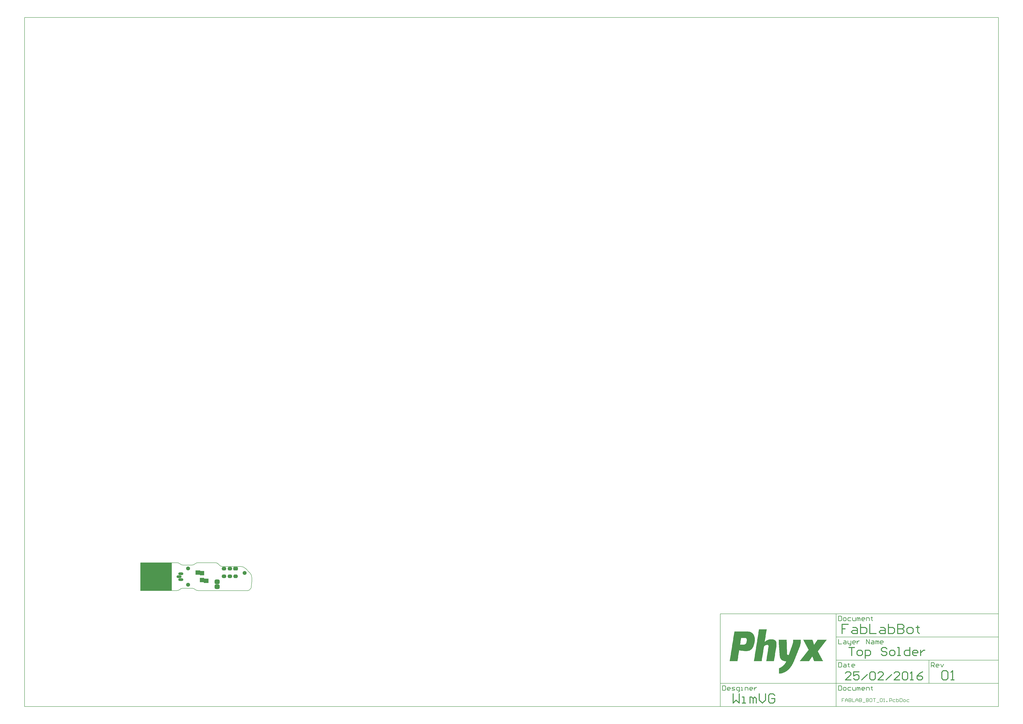
<source format=gts>
G04 Layer_Color=8388736*
%FSLAX25Y25*%
%MOIN*%
G70*
G01*
G75*
%ADD12C,0.01575*%
%ADD13C,0.00787*%
%ADD14C,0.00984*%
%ADD25R,0.53150X0.47244*%
%ADD26R,0.50800X0.06706*%
%ADD27R,0.08064X0.07690*%
%ADD28R,0.08083X0.07690*%
G04:AMPARAMS|DCode=29|XSize=78.87mil|YSize=63.12mil|CornerRadius=17.78mil|HoleSize=0mil|Usage=FLASHONLY|Rotation=180.000|XOffset=0mil|YOffset=0mil|HoleType=Round|Shape=RoundedRectangle|*
%AMROUNDEDRECTD29*
21,1,0.07887,0.02756,0,0,180.0*
21,1,0.04331,0.06312,0,0,180.0*
1,1,0.03556,-0.02165,0.01378*
1,1,0.03556,0.02165,0.01378*
1,1,0.03556,0.02165,-0.01378*
1,1,0.03556,-0.02165,-0.01378*
%
%ADD29ROUNDEDRECTD29*%
%ADD30O,0.07887X0.06312*%
%ADD31O,0.08674X0.04737*%
%ADD32O,0.08674X0.04737*%
%ADD33R,0.07690X0.07690*%
%ADD34C,0.06706*%
G04:AMPARAMS|DCode=35|XSize=86.74mil|YSize=76.9mil|CornerRadius=21.22mil|HoleSize=0mil|Usage=FLASHONLY|Rotation=0.000|XOffset=0mil|YOffset=0mil|HoleType=Round|Shape=RoundedRectangle|*
%AMROUNDEDRECTD35*
21,1,0.08674,0.03445,0,0,0.0*
21,1,0.04429,0.07690,0,0,0.0*
1,1,0.04245,0.02215,-0.01722*
1,1,0.04245,-0.02215,-0.01722*
1,1,0.04245,-0.02215,0.01722*
1,1,0.04245,0.02215,0.01722*
%
%ADD35ROUNDEDRECTD35*%
G36*
X1121080Y-83717D02*
Y-84003D01*
Y-84290D01*
Y-84576D01*
Y-84862D01*
Y-85149D01*
Y-85435D01*
Y-85721D01*
Y-86007D01*
Y-86294D01*
Y-86580D01*
Y-86866D01*
Y-87153D01*
Y-87439D01*
Y-87725D01*
Y-88012D01*
Y-88298D01*
Y-88584D01*
Y-88871D01*
Y-89157D01*
Y-89443D01*
X1120793D01*
Y-89730D01*
Y-90016D01*
Y-90302D01*
Y-90588D01*
Y-90875D01*
X1120507D01*
Y-91161D01*
Y-91448D01*
Y-91734D01*
Y-92020D01*
X1120221D01*
Y-92306D01*
Y-92593D01*
Y-92879D01*
Y-93165D01*
X1119934D01*
Y-93452D01*
Y-93738D01*
Y-94024D01*
X1119648D01*
Y-94311D01*
Y-94597D01*
Y-94883D01*
X1119362D01*
Y-95170D01*
Y-95456D01*
Y-95742D01*
X1119075D01*
Y-96029D01*
Y-96315D01*
Y-96601D01*
X1118789D01*
Y-96887D01*
Y-97174D01*
X1118503D01*
Y-97460D01*
Y-97746D01*
X1118217D01*
Y-98033D01*
Y-98319D01*
Y-98605D01*
X1117930D01*
Y-98892D01*
Y-99178D01*
X1117644D01*
Y-99464D01*
Y-99751D01*
Y-100037D01*
X1117358D01*
Y-100323D01*
Y-100610D01*
X1117071D01*
Y-100896D01*
Y-101182D01*
Y-101468D01*
X1116785D01*
Y-101755D01*
Y-102041D01*
X1116499D01*
Y-102327D01*
Y-102614D01*
Y-102900D01*
X1116212D01*
Y-103186D01*
Y-103473D01*
X1115926D01*
Y-103759D01*
Y-104045D01*
Y-104332D01*
X1115640D01*
Y-104618D01*
Y-104904D01*
X1115353D01*
Y-105191D01*
Y-105477D01*
Y-105763D01*
X1115067D01*
Y-106049D01*
Y-106336D01*
X1114781D01*
Y-106622D01*
Y-106908D01*
Y-107195D01*
X1114494D01*
Y-107481D01*
Y-107767D01*
X1114208D01*
Y-108054D01*
Y-108340D01*
Y-108626D01*
X1113922D01*
Y-108913D01*
Y-109199D01*
X1113636D01*
Y-109485D01*
Y-109772D01*
Y-110058D01*
X1113349D01*
Y-110344D01*
Y-110630D01*
X1113063D01*
Y-110917D01*
Y-111203D01*
Y-111489D01*
X1112776D01*
Y-111776D01*
Y-112062D01*
X1112490D01*
Y-112348D01*
Y-112635D01*
Y-112921D01*
X1112204D01*
Y-113207D01*
Y-113494D01*
X1111918D01*
Y-113780D01*
Y-114066D01*
Y-114353D01*
X1111631D01*
Y-114639D01*
Y-114925D01*
X1111345D01*
Y-115211D01*
Y-115498D01*
Y-115784D01*
X1111059D01*
Y-116070D01*
Y-116357D01*
X1110772D01*
Y-116643D01*
Y-116929D01*
Y-117216D01*
X1110486D01*
Y-117502D01*
Y-117788D01*
X1110200D01*
Y-118075D01*
Y-118361D01*
Y-118647D01*
X1109913D01*
Y-118933D01*
Y-119220D01*
X1109627D01*
Y-119506D01*
Y-119792D01*
Y-120079D01*
X1109341D01*
Y-120365D01*
Y-120651D01*
X1109054D01*
Y-120938D01*
Y-121224D01*
X1108768D01*
Y-121510D01*
Y-121797D01*
X1108482D01*
Y-122083D01*
Y-122369D01*
Y-122656D01*
X1108195D01*
Y-122942D01*
X1107909D01*
Y-123228D01*
Y-123514D01*
Y-123801D01*
X1107623D01*
Y-124087D01*
X1107337D01*
Y-124373D01*
Y-124660D01*
X1107050D01*
Y-124946D01*
Y-125232D01*
X1106764D01*
Y-125519D01*
Y-125805D01*
X1106478D01*
Y-126091D01*
Y-126378D01*
X1106191D01*
Y-126664D01*
X1105905D01*
Y-126950D01*
Y-127237D01*
X1105619D01*
Y-127523D01*
Y-127809D01*
X1105332D01*
Y-128095D01*
X1105046D01*
Y-128382D01*
X1104760D01*
Y-128668D01*
Y-128954D01*
X1104473D01*
Y-129241D01*
X1104187D01*
Y-129527D01*
Y-129813D01*
X1103901D01*
Y-130100D01*
X1103615D01*
Y-130386D01*
X1103328D01*
Y-130672D01*
Y-130959D01*
X1103042D01*
Y-131245D01*
X1102756D01*
Y-131531D01*
X1102469D01*
Y-131818D01*
X1102183D01*
Y-132104D01*
X1101897D01*
Y-132390D01*
Y-132676D01*
X1101610D01*
Y-132963D01*
X1101324D01*
Y-133249D01*
X1101038D01*
Y-133535D01*
X1100751D01*
Y-133822D01*
X1100465D01*
Y-134108D01*
X1100179D01*
Y-134394D01*
X1099892D01*
Y-134681D01*
X1099320D01*
Y-134967D01*
X1099034D01*
Y-135253D01*
X1098747D01*
Y-135540D01*
X1098461D01*
Y-135826D01*
X1098175D01*
Y-136112D01*
X1097602D01*
Y-136399D01*
X1097316D01*
Y-136685D01*
X1096743D01*
Y-136971D01*
X1096457D01*
Y-137258D01*
X1095884D01*
Y-137544D01*
X1095598D01*
Y-137830D01*
X1095025D01*
Y-138117D01*
X1094452D01*
Y-138403D01*
X1093880D01*
Y-138689D01*
X1093307D01*
Y-138975D01*
X1092735D01*
Y-139262D01*
X1091876D01*
Y-139548D01*
X1091303D01*
Y-139834D01*
X1090444D01*
Y-140121D01*
X1089299D01*
Y-140407D01*
X1088154D01*
Y-140693D01*
X1086436D01*
Y-140980D01*
X1084432D01*
Y-141266D01*
X1084145D01*
Y-140980D01*
Y-140693D01*
Y-140407D01*
Y-140121D01*
Y-139834D01*
Y-139548D01*
Y-139262D01*
Y-138975D01*
Y-138689D01*
Y-138403D01*
Y-138117D01*
Y-137830D01*
Y-137544D01*
Y-137258D01*
Y-136971D01*
Y-136685D01*
Y-136399D01*
Y-136112D01*
Y-135826D01*
Y-135540D01*
Y-135253D01*
Y-134967D01*
Y-134681D01*
Y-134394D01*
Y-134108D01*
Y-133822D01*
Y-133535D01*
Y-133249D01*
Y-132963D01*
Y-132676D01*
Y-132390D01*
Y-132104D01*
Y-131818D01*
X1084718D01*
Y-131531D01*
X1085291D01*
Y-131245D01*
X1085863D01*
Y-130959D01*
X1086436D01*
Y-130672D01*
X1087008D01*
Y-130386D01*
X1087581D01*
Y-130100D01*
X1087867D01*
Y-129813D01*
X1088440D01*
Y-129527D01*
X1088726D01*
Y-129241D01*
X1089299D01*
Y-128954D01*
X1089585D01*
Y-128668D01*
X1089872D01*
Y-128382D01*
X1090444D01*
Y-128095D01*
X1090730D01*
Y-127809D01*
X1091017D01*
Y-127523D01*
X1091303D01*
Y-127237D01*
X1091589D01*
Y-126950D01*
X1091876D01*
Y-126664D01*
X1092162D01*
Y-126378D01*
X1092448D01*
Y-126091D01*
X1092735D01*
Y-125805D01*
X1093021D01*
Y-125519D01*
X1093307D01*
Y-125232D01*
X1093594D01*
Y-124946D01*
Y-124660D01*
X1093880D01*
Y-124373D01*
X1094166D01*
Y-124087D01*
X1094452D01*
Y-123801D01*
Y-123514D01*
X1094739D01*
Y-123228D01*
X1095025D01*
Y-122942D01*
Y-122656D01*
X1095311D01*
Y-122369D01*
Y-122083D01*
X1095598D01*
Y-121797D01*
X1095884D01*
Y-121510D01*
Y-121224D01*
X1096170D01*
Y-120938D01*
Y-120651D01*
X1096457D01*
Y-120365D01*
Y-120079D01*
X1094739D01*
Y-119792D01*
X1092735D01*
Y-119506D01*
X1091589D01*
Y-119220D01*
X1091017D01*
Y-118933D01*
X1090158D01*
Y-118647D01*
X1089585D01*
Y-118361D01*
X1089299D01*
Y-118075D01*
X1088726D01*
Y-117788D01*
X1088440D01*
Y-117502D01*
X1088154D01*
Y-117216D01*
X1087867D01*
Y-116929D01*
X1087581D01*
Y-116643D01*
X1087295D01*
Y-116357D01*
Y-116070D01*
X1087008D01*
Y-115784D01*
X1086722D01*
Y-115498D01*
Y-115211D01*
X1086436D01*
Y-114925D01*
Y-114639D01*
X1086149D01*
Y-114353D01*
Y-114066D01*
X1085863D01*
Y-113780D01*
Y-113494D01*
Y-113207D01*
X1085577D01*
Y-112921D01*
Y-112635D01*
Y-112348D01*
Y-112062D01*
X1085291D01*
Y-111776D01*
Y-111489D01*
Y-111203D01*
Y-110917D01*
Y-110630D01*
Y-110344D01*
Y-110058D01*
X1085004D01*
Y-109772D01*
Y-109485D01*
Y-109199D01*
Y-108913D01*
Y-108626D01*
Y-108340D01*
Y-108054D01*
Y-107767D01*
Y-107481D01*
Y-107195D01*
Y-106908D01*
Y-106622D01*
Y-106336D01*
Y-106049D01*
Y-105763D01*
X1084718D01*
Y-105477D01*
Y-105191D01*
Y-104904D01*
Y-104618D01*
Y-104332D01*
Y-104045D01*
Y-103759D01*
Y-103473D01*
Y-103186D01*
Y-102900D01*
Y-102614D01*
Y-102327D01*
Y-102041D01*
Y-101755D01*
Y-101468D01*
X1084432D01*
Y-101182D01*
Y-100896D01*
Y-100610D01*
Y-100323D01*
Y-100037D01*
Y-99751D01*
Y-99464D01*
Y-99178D01*
Y-98892D01*
Y-98605D01*
Y-98319D01*
Y-98033D01*
Y-97746D01*
Y-97460D01*
Y-97174D01*
Y-96887D01*
X1084145D01*
Y-96601D01*
Y-96315D01*
Y-96029D01*
Y-95742D01*
Y-95456D01*
Y-95170D01*
Y-94883D01*
Y-94597D01*
Y-94311D01*
Y-94024D01*
Y-93738D01*
Y-93452D01*
Y-93165D01*
Y-92879D01*
Y-92593D01*
Y-92306D01*
X1083859D01*
Y-92020D01*
Y-91734D01*
Y-91448D01*
Y-91161D01*
Y-90875D01*
Y-90588D01*
Y-90302D01*
Y-90016D01*
Y-89730D01*
Y-89443D01*
Y-89157D01*
Y-88871D01*
Y-88584D01*
Y-88298D01*
X1083573D01*
Y-88012D01*
Y-87725D01*
Y-87439D01*
Y-87153D01*
Y-86866D01*
Y-86580D01*
Y-86294D01*
Y-86007D01*
Y-85721D01*
Y-85435D01*
Y-85149D01*
Y-84862D01*
Y-84576D01*
Y-84290D01*
Y-84003D01*
Y-83717D01*
X1083286D01*
Y-83431D01*
X1097029D01*
Y-83717D01*
Y-84003D01*
Y-84290D01*
Y-84576D01*
Y-84862D01*
Y-85149D01*
Y-85435D01*
Y-85721D01*
Y-86007D01*
Y-86294D01*
Y-86580D01*
Y-86866D01*
Y-87153D01*
Y-87439D01*
X1097316D01*
Y-87725D01*
Y-88012D01*
Y-88298D01*
Y-88584D01*
Y-88871D01*
Y-89157D01*
Y-89443D01*
Y-89730D01*
Y-90016D01*
Y-90302D01*
Y-90588D01*
Y-90875D01*
Y-91161D01*
Y-91448D01*
Y-91734D01*
Y-92020D01*
Y-92306D01*
Y-92593D01*
Y-92879D01*
Y-93165D01*
Y-93452D01*
Y-93738D01*
Y-94024D01*
Y-94311D01*
Y-94597D01*
Y-94883D01*
Y-95170D01*
Y-95456D01*
Y-95742D01*
Y-96029D01*
Y-96315D01*
Y-96601D01*
Y-96887D01*
Y-97174D01*
Y-97460D01*
Y-97746D01*
Y-98033D01*
Y-98319D01*
Y-98605D01*
Y-98892D01*
Y-99178D01*
X1097602D01*
Y-99464D01*
X1097316D01*
Y-99751D01*
Y-100037D01*
X1097602D01*
Y-100323D01*
Y-100610D01*
Y-100896D01*
Y-101182D01*
Y-101468D01*
Y-101755D01*
Y-102041D01*
Y-102327D01*
Y-102614D01*
Y-102900D01*
Y-103186D01*
Y-103473D01*
Y-103759D01*
Y-104045D01*
Y-104332D01*
Y-104618D01*
Y-104904D01*
Y-105191D01*
Y-105477D01*
Y-105763D01*
Y-106049D01*
Y-106336D01*
Y-106622D01*
Y-106908D01*
Y-107195D01*
Y-107481D01*
X1097888D01*
Y-107767D01*
Y-108054D01*
Y-108340D01*
X1098175D01*
Y-108626D01*
X1098461D01*
Y-108913D01*
X1098747D01*
Y-109199D01*
X1099606D01*
Y-109485D01*
X1100465D01*
Y-109199D01*
X1100751D01*
Y-108913D01*
Y-108626D01*
Y-108340D01*
X1101038D01*
Y-108054D01*
Y-107767D01*
X1101324D01*
Y-107481D01*
Y-107195D01*
Y-106908D01*
X1101610D01*
Y-106622D01*
Y-106336D01*
Y-106049D01*
X1101897D01*
Y-105763D01*
Y-105477D01*
Y-105191D01*
X1102183D01*
Y-104904D01*
Y-104618D01*
Y-104332D01*
X1102469D01*
Y-104045D01*
Y-103759D01*
X1102756D01*
Y-103473D01*
Y-103186D01*
Y-102900D01*
X1103042D01*
Y-102614D01*
Y-102327D01*
Y-102041D01*
X1103328D01*
Y-101755D01*
Y-101468D01*
Y-101182D01*
X1103615D01*
Y-100896D01*
Y-100610D01*
X1103901D01*
Y-100323D01*
Y-100037D01*
Y-99751D01*
X1104187D01*
Y-99464D01*
Y-99178D01*
Y-98892D01*
X1104473D01*
Y-98605D01*
Y-98319D01*
Y-98033D01*
X1104760D01*
Y-97746D01*
Y-97460D01*
X1105046D01*
Y-97174D01*
Y-96887D01*
Y-96601D01*
X1105332D01*
Y-96315D01*
Y-96029D01*
Y-95742D01*
X1105619D01*
Y-95456D01*
Y-95170D01*
Y-94883D01*
X1105905D01*
Y-94597D01*
Y-94311D01*
X1106191D01*
Y-94024D01*
Y-93738D01*
Y-93452D01*
X1106478D01*
Y-93165D01*
Y-92879D01*
Y-92593D01*
X1106764D01*
Y-92306D01*
Y-92020D01*
Y-91734D01*
X1107050D01*
Y-91448D01*
Y-91161D01*
Y-90875D01*
Y-90588D01*
X1107337D01*
Y-90302D01*
Y-90016D01*
Y-89730D01*
Y-89443D01*
X1107623D01*
Y-89157D01*
Y-88871D01*
Y-88584D01*
Y-88298D01*
Y-88012D01*
X1107909D01*
Y-87725D01*
Y-87439D01*
Y-87153D01*
Y-86866D01*
Y-86580D01*
Y-86294D01*
X1108195D01*
Y-86007D01*
Y-85721D01*
Y-85435D01*
Y-85149D01*
Y-84862D01*
Y-84576D01*
Y-84290D01*
Y-84003D01*
Y-83717D01*
Y-83431D01*
X1121080D01*
Y-83717D01*
D02*
G37*
G36*
X1063244Y-66252D02*
Y-66538D01*
X1062958D01*
Y-66825D01*
Y-67111D01*
Y-67397D01*
Y-67684D01*
Y-67970D01*
Y-68256D01*
X1062672D01*
Y-68542D01*
Y-68829D01*
Y-69115D01*
Y-69401D01*
Y-69688D01*
Y-69974D01*
X1062385D01*
Y-70260D01*
Y-70547D01*
Y-70833D01*
Y-71119D01*
Y-71406D01*
Y-71692D01*
Y-71978D01*
X1062099D01*
Y-72264D01*
Y-72551D01*
Y-72837D01*
Y-73123D01*
Y-73410D01*
Y-73696D01*
X1061813D01*
Y-73982D01*
Y-74269D01*
Y-74555D01*
Y-74841D01*
Y-75128D01*
Y-75414D01*
X1061526D01*
Y-75700D01*
Y-75987D01*
Y-76273D01*
Y-76559D01*
Y-76846D01*
Y-77132D01*
Y-77418D01*
X1061240D01*
Y-77704D01*
Y-77991D01*
Y-78277D01*
Y-78563D01*
Y-78850D01*
Y-79136D01*
X1060954D01*
Y-79422D01*
Y-79709D01*
Y-79995D01*
Y-80281D01*
Y-80568D01*
Y-80854D01*
X1060668D01*
Y-81140D01*
Y-81427D01*
Y-81713D01*
Y-81999D01*
Y-82285D01*
Y-82572D01*
X1060381D01*
Y-82858D01*
Y-83144D01*
Y-83431D01*
Y-83717D01*
Y-84003D01*
Y-84290D01*
Y-84576D01*
X1060095D01*
Y-84862D01*
Y-85149D01*
Y-85435D01*
Y-85721D01*
Y-86007D01*
Y-86294D01*
X1059809D01*
Y-86580D01*
Y-86866D01*
X1060381D01*
Y-86580D01*
X1060668D01*
Y-86294D01*
X1060954D01*
Y-86007D01*
X1061526D01*
Y-85721D01*
X1061813D01*
Y-85435D01*
X1062099D01*
Y-85149D01*
X1062672D01*
Y-84862D01*
X1063244D01*
Y-84576D01*
X1063531D01*
Y-84290D01*
X1064103D01*
Y-84003D01*
X1064962D01*
Y-83717D01*
X1065535D01*
Y-83431D01*
X1066394D01*
Y-83144D01*
X1067825D01*
Y-82858D01*
X1074124D01*
Y-83144D01*
X1075270D01*
Y-83431D01*
X1076128D01*
Y-83717D01*
X1076701D01*
Y-84003D01*
X1076987D01*
Y-84290D01*
X1077560D01*
Y-84576D01*
X1077846D01*
Y-84862D01*
X1078133D01*
Y-85149D01*
X1078419D01*
Y-85435D01*
X1078705D01*
Y-85721D01*
Y-86007D01*
X1078992D01*
Y-86294D01*
Y-86580D01*
X1079278D01*
Y-86866D01*
Y-87153D01*
Y-87439D01*
X1079564D01*
Y-87725D01*
Y-88012D01*
Y-88298D01*
Y-88584D01*
X1079850D01*
Y-88871D01*
Y-89157D01*
Y-89443D01*
Y-89730D01*
Y-90016D01*
Y-90302D01*
Y-90588D01*
Y-90875D01*
Y-91161D01*
Y-91448D01*
Y-91734D01*
Y-92020D01*
Y-92306D01*
Y-92593D01*
Y-92879D01*
Y-93165D01*
Y-93452D01*
Y-93738D01*
X1079564D01*
Y-94024D01*
Y-94311D01*
Y-94597D01*
Y-94883D01*
Y-95170D01*
Y-95456D01*
Y-95742D01*
X1079278D01*
Y-96029D01*
Y-96315D01*
Y-96601D01*
Y-96887D01*
Y-97174D01*
Y-97460D01*
Y-97746D01*
X1078992D01*
Y-98033D01*
Y-98319D01*
Y-98605D01*
Y-98892D01*
Y-99178D01*
Y-99464D01*
X1078705D01*
Y-99751D01*
Y-100037D01*
Y-100323D01*
Y-100610D01*
Y-100896D01*
Y-101182D01*
X1078419D01*
Y-101468D01*
Y-101755D01*
Y-102041D01*
Y-102327D01*
Y-102614D01*
Y-102900D01*
X1078133D01*
Y-103186D01*
Y-103473D01*
Y-103759D01*
Y-104045D01*
Y-104332D01*
Y-104618D01*
Y-104904D01*
X1077846D01*
Y-105191D01*
Y-105477D01*
Y-105763D01*
Y-106049D01*
Y-106336D01*
Y-106622D01*
X1077560D01*
Y-106908D01*
Y-107195D01*
Y-107481D01*
Y-107767D01*
Y-108054D01*
Y-108340D01*
X1077274D01*
Y-108626D01*
Y-108913D01*
Y-109199D01*
Y-109485D01*
Y-109772D01*
Y-110058D01*
Y-110344D01*
X1076987D01*
Y-110630D01*
Y-110917D01*
Y-111203D01*
Y-111489D01*
Y-111776D01*
Y-112062D01*
X1076701D01*
Y-112348D01*
Y-112635D01*
Y-112921D01*
Y-113207D01*
Y-113494D01*
Y-113780D01*
X1076415D01*
Y-114066D01*
Y-114353D01*
Y-114639D01*
Y-114925D01*
Y-115211D01*
Y-115498D01*
X1076128D01*
Y-115784D01*
Y-116070D01*
Y-116357D01*
Y-116643D01*
Y-116929D01*
Y-117216D01*
Y-117502D01*
X1075842D01*
Y-117788D01*
Y-118075D01*
Y-118361D01*
Y-118647D01*
Y-118933D01*
Y-119220D01*
X1075556D01*
Y-119506D01*
Y-119792D01*
X1062385D01*
Y-119506D01*
Y-119220D01*
X1062672D01*
Y-118933D01*
Y-118647D01*
Y-118361D01*
Y-118075D01*
Y-117788D01*
Y-117502D01*
X1062958D01*
Y-117216D01*
Y-116929D01*
Y-116643D01*
Y-116357D01*
Y-116070D01*
Y-115784D01*
Y-115498D01*
X1063244D01*
Y-115211D01*
Y-114925D01*
Y-114639D01*
Y-114353D01*
Y-114066D01*
Y-113780D01*
X1063531D01*
Y-113494D01*
Y-113207D01*
Y-112921D01*
Y-112635D01*
Y-112348D01*
Y-112062D01*
X1063817D01*
Y-111776D01*
Y-111489D01*
Y-111203D01*
Y-110917D01*
Y-110630D01*
Y-110344D01*
Y-110058D01*
X1064103D01*
Y-109772D01*
Y-109485D01*
Y-109199D01*
Y-108913D01*
Y-108626D01*
Y-108340D01*
X1064390D01*
Y-108054D01*
Y-107767D01*
Y-107481D01*
Y-107195D01*
Y-106908D01*
Y-106622D01*
Y-106336D01*
X1064676D01*
Y-106049D01*
Y-105763D01*
Y-105477D01*
Y-105191D01*
Y-104904D01*
Y-104618D01*
X1064962D01*
Y-104332D01*
Y-104045D01*
Y-103759D01*
Y-103473D01*
Y-103186D01*
Y-102900D01*
X1065249D01*
Y-102614D01*
Y-102327D01*
Y-102041D01*
Y-101755D01*
Y-101468D01*
Y-101182D01*
X1065535D01*
Y-100896D01*
Y-100610D01*
Y-100323D01*
Y-100037D01*
Y-99751D01*
Y-99464D01*
Y-99178D01*
X1065821D01*
Y-98892D01*
Y-98605D01*
Y-98319D01*
Y-98033D01*
Y-97746D01*
Y-97460D01*
X1066107D01*
Y-97174D01*
Y-96887D01*
Y-96601D01*
Y-96315D01*
Y-96029D01*
Y-95742D01*
Y-95456D01*
X1066394D01*
Y-95170D01*
Y-94883D01*
Y-94597D01*
Y-94311D01*
Y-94024D01*
Y-93738D01*
X1066107D01*
Y-93452D01*
Y-93165D01*
X1065821D01*
Y-92879D01*
X1065535D01*
Y-92593D01*
X1064962D01*
Y-92306D01*
X1063244D01*
Y-92593D01*
X1061813D01*
Y-92879D01*
X1060954D01*
Y-93165D01*
X1060381D01*
Y-93452D01*
X1060095D01*
Y-93738D01*
X1059522D01*
Y-94024D01*
X1059236D01*
Y-94311D01*
X1058950D01*
Y-94597D01*
Y-94883D01*
X1058663D01*
Y-95170D01*
Y-95456D01*
Y-95742D01*
X1058377D01*
Y-96029D01*
Y-96315D01*
Y-96601D01*
Y-96887D01*
Y-97174D01*
Y-97460D01*
X1058091D01*
Y-97746D01*
Y-98033D01*
Y-98319D01*
Y-98605D01*
Y-98892D01*
Y-99178D01*
Y-99464D01*
X1057804D01*
Y-99751D01*
Y-100037D01*
Y-100323D01*
Y-100610D01*
Y-100896D01*
Y-101182D01*
X1057518D01*
Y-101468D01*
Y-101755D01*
Y-102041D01*
Y-102327D01*
Y-102614D01*
Y-102900D01*
X1057232D01*
Y-103186D01*
Y-103473D01*
Y-103759D01*
Y-104045D01*
Y-104332D01*
Y-104618D01*
X1056946D01*
Y-104904D01*
Y-105191D01*
Y-105477D01*
Y-105763D01*
Y-106049D01*
Y-106336D01*
Y-106622D01*
X1056659D01*
Y-106908D01*
Y-107195D01*
Y-107481D01*
Y-107767D01*
Y-108054D01*
Y-108340D01*
X1056373D01*
Y-108626D01*
Y-108913D01*
Y-109199D01*
Y-109485D01*
Y-109772D01*
Y-110058D01*
X1056087D01*
Y-110344D01*
Y-110630D01*
Y-110917D01*
Y-111203D01*
Y-111489D01*
Y-111776D01*
Y-112062D01*
X1055800D01*
Y-112348D01*
Y-112635D01*
Y-112921D01*
Y-113207D01*
Y-113494D01*
Y-113780D01*
X1055514D01*
Y-114066D01*
Y-114353D01*
Y-114639D01*
Y-114925D01*
Y-115211D01*
Y-115498D01*
X1055228D01*
Y-115784D01*
Y-116070D01*
Y-116357D01*
Y-116643D01*
Y-116929D01*
Y-117216D01*
X1054941D01*
Y-117502D01*
Y-117788D01*
Y-118075D01*
Y-118361D01*
Y-118647D01*
Y-118933D01*
Y-119220D01*
X1054655D01*
Y-119506D01*
Y-119792D01*
X1041485D01*
Y-119506D01*
Y-119220D01*
X1041771D01*
Y-118933D01*
Y-118647D01*
Y-118361D01*
Y-118075D01*
Y-117788D01*
Y-117502D01*
Y-117216D01*
X1042057D01*
Y-116929D01*
Y-116643D01*
Y-116357D01*
Y-116070D01*
Y-115784D01*
Y-115498D01*
X1042344D01*
Y-115211D01*
Y-114925D01*
Y-114639D01*
Y-114353D01*
Y-114066D01*
Y-113780D01*
X1042630D01*
Y-113494D01*
Y-113207D01*
Y-112921D01*
Y-112635D01*
Y-112348D01*
Y-112062D01*
Y-111776D01*
X1042916D01*
Y-111489D01*
Y-111203D01*
Y-110917D01*
Y-110630D01*
Y-110344D01*
Y-110058D01*
X1043202D01*
Y-109772D01*
Y-109485D01*
Y-109199D01*
Y-108913D01*
Y-108626D01*
Y-108340D01*
X1043489D01*
Y-108054D01*
Y-107767D01*
Y-107481D01*
Y-107195D01*
Y-106908D01*
Y-106622D01*
X1043775D01*
Y-106336D01*
Y-106049D01*
Y-105763D01*
Y-105477D01*
Y-105191D01*
Y-104904D01*
Y-104618D01*
X1044061D01*
Y-104332D01*
Y-104045D01*
Y-103759D01*
Y-103473D01*
Y-103186D01*
Y-102900D01*
X1044348D01*
Y-102614D01*
Y-102327D01*
Y-102041D01*
Y-101755D01*
Y-101468D01*
Y-101182D01*
X1044634D01*
Y-100896D01*
Y-100610D01*
Y-100323D01*
Y-100037D01*
Y-99751D01*
Y-99464D01*
Y-99178D01*
X1044920D01*
Y-98892D01*
Y-98605D01*
Y-98319D01*
Y-98033D01*
Y-97746D01*
Y-97460D01*
X1045207D01*
Y-97174D01*
Y-96887D01*
Y-96601D01*
Y-96315D01*
Y-96029D01*
Y-95742D01*
X1045493D01*
Y-95456D01*
Y-95170D01*
Y-94883D01*
Y-94597D01*
Y-94311D01*
Y-94024D01*
X1045779D01*
Y-93738D01*
Y-93452D01*
Y-93165D01*
Y-92879D01*
Y-92593D01*
Y-92306D01*
Y-92020D01*
X1046066D01*
Y-91734D01*
Y-91448D01*
Y-91161D01*
Y-90875D01*
Y-90588D01*
Y-90302D01*
X1046352D01*
Y-90016D01*
Y-89730D01*
Y-89443D01*
Y-89157D01*
Y-88871D01*
Y-88584D01*
X1046638D01*
Y-88298D01*
Y-88012D01*
Y-87725D01*
Y-87439D01*
Y-87153D01*
Y-86866D01*
X1046925D01*
Y-86580D01*
Y-86294D01*
Y-86007D01*
Y-85721D01*
Y-85435D01*
Y-85149D01*
Y-84862D01*
X1047211D01*
Y-84576D01*
Y-84290D01*
Y-84003D01*
Y-83717D01*
Y-83431D01*
Y-83144D01*
X1047497D01*
Y-82858D01*
Y-82572D01*
Y-82285D01*
Y-81999D01*
Y-81713D01*
Y-81427D01*
X1047783D01*
Y-81140D01*
Y-80854D01*
Y-80568D01*
Y-80281D01*
Y-79995D01*
Y-79709D01*
Y-79422D01*
X1048070D01*
Y-79136D01*
Y-78850D01*
Y-78563D01*
Y-78277D01*
Y-77991D01*
Y-77704D01*
X1048356D01*
Y-77418D01*
Y-77132D01*
Y-76846D01*
Y-76559D01*
Y-76273D01*
Y-75987D01*
X1048642D01*
Y-75700D01*
Y-75414D01*
Y-75128D01*
Y-74841D01*
Y-74555D01*
Y-74269D01*
X1048929D01*
Y-73982D01*
Y-73696D01*
Y-73410D01*
Y-73123D01*
Y-72837D01*
Y-72551D01*
Y-72264D01*
X1049215D01*
Y-71978D01*
Y-71692D01*
Y-71406D01*
Y-71119D01*
Y-70833D01*
Y-70547D01*
X1049501D01*
Y-70260D01*
Y-69974D01*
Y-69688D01*
Y-69401D01*
Y-69115D01*
Y-68829D01*
X1049788D01*
Y-68542D01*
Y-68256D01*
Y-67970D01*
Y-67684D01*
Y-67397D01*
Y-67111D01*
Y-66825D01*
X1050074D01*
Y-66538D01*
Y-66252D01*
Y-65966D01*
X1063244D01*
Y-66252D01*
D02*
G37*
G36*
X1032036Y-69688D02*
X1033754D01*
Y-69974D01*
X1034613D01*
Y-70260D01*
X1035472D01*
Y-70547D01*
X1036331D01*
Y-70833D01*
X1036904D01*
Y-71119D01*
X1037190D01*
Y-71406D01*
X1037763D01*
Y-71692D01*
X1038049D01*
Y-71978D01*
X1038622D01*
Y-72264D01*
X1038908D01*
Y-72551D01*
X1039194D01*
Y-72837D01*
X1039480D01*
Y-73123D01*
X1039767D01*
Y-73410D01*
X1040053D01*
Y-73696D01*
X1040339D01*
Y-73982D01*
Y-74269D01*
X1040626D01*
Y-74555D01*
X1040912D01*
Y-74841D01*
Y-75128D01*
X1041198D01*
Y-75414D01*
X1041485D01*
Y-75700D01*
Y-75987D01*
X1041771D01*
Y-76273D01*
Y-76559D01*
Y-76846D01*
X1042057D01*
Y-77132D01*
Y-77418D01*
Y-77704D01*
X1042344D01*
Y-77991D01*
Y-78277D01*
Y-78563D01*
Y-78850D01*
X1042630D01*
Y-79136D01*
Y-79422D01*
Y-79709D01*
Y-79995D01*
Y-80281D01*
X1042916D01*
Y-80568D01*
Y-80854D01*
Y-81140D01*
Y-81427D01*
Y-81713D01*
Y-81999D01*
Y-82285D01*
Y-82572D01*
Y-82858D01*
Y-83144D01*
Y-83431D01*
Y-83717D01*
Y-84003D01*
Y-84290D01*
Y-84576D01*
Y-84862D01*
Y-85149D01*
Y-85435D01*
Y-85721D01*
Y-86007D01*
X1042630D01*
Y-86294D01*
Y-86580D01*
Y-86866D01*
Y-87153D01*
Y-87439D01*
Y-87725D01*
Y-88012D01*
X1042344D01*
Y-88298D01*
Y-88584D01*
Y-88871D01*
Y-89157D01*
Y-89443D01*
X1042057D01*
Y-89730D01*
Y-90016D01*
Y-90302D01*
Y-90588D01*
Y-90875D01*
X1041771D01*
Y-91161D01*
Y-91448D01*
Y-91734D01*
X1041485D01*
Y-92020D01*
Y-92306D01*
Y-92593D01*
Y-92879D01*
X1041198D01*
Y-93165D01*
Y-93452D01*
Y-93738D01*
X1040912D01*
Y-94024D01*
Y-94311D01*
X1040626D01*
Y-94597D01*
Y-94883D01*
Y-95170D01*
X1040339D01*
Y-95456D01*
Y-95742D01*
X1040053D01*
Y-96029D01*
Y-96315D01*
X1039767D01*
Y-96601D01*
Y-96887D01*
X1039480D01*
Y-97174D01*
X1039194D01*
Y-97460D01*
Y-97746D01*
X1038908D01*
Y-98033D01*
X1038622D01*
Y-98319D01*
X1038335D01*
Y-98605D01*
Y-98892D01*
X1038049D01*
Y-99178D01*
X1037763D01*
Y-99464D01*
X1037476D01*
Y-99751D01*
X1037190D01*
Y-100037D01*
X1036904D01*
Y-100323D01*
X1036331D01*
Y-100610D01*
X1036045D01*
Y-100896D01*
X1035472D01*
Y-101182D01*
X1035186D01*
Y-101468D01*
X1034613D01*
Y-101755D01*
X1033754D01*
Y-102041D01*
X1032895D01*
Y-102327D01*
X1032036D01*
Y-102614D01*
X1030318D01*
Y-102900D01*
X1025165D01*
Y-102614D01*
X1022588D01*
Y-102327D01*
X1020584D01*
Y-102041D01*
X1019152D01*
Y-101755D01*
X1017721D01*
Y-101468D01*
X1016289D01*
Y-101755D01*
Y-102041D01*
Y-102327D01*
Y-102614D01*
Y-102900D01*
Y-103186D01*
Y-103473D01*
X1016003D01*
Y-103759D01*
Y-104045D01*
Y-104332D01*
Y-104618D01*
Y-104904D01*
Y-105191D01*
X1015716D01*
Y-105477D01*
Y-105763D01*
Y-106049D01*
Y-106336D01*
Y-106622D01*
Y-106908D01*
X1015430D01*
Y-107195D01*
Y-107481D01*
Y-107767D01*
Y-108054D01*
Y-108340D01*
Y-108626D01*
Y-108913D01*
X1015144D01*
Y-109199D01*
Y-109485D01*
Y-109772D01*
Y-110058D01*
Y-110344D01*
Y-110630D01*
X1014857D01*
Y-110917D01*
Y-111203D01*
Y-111489D01*
Y-111776D01*
Y-112062D01*
Y-112348D01*
X1014571D01*
Y-112635D01*
Y-112921D01*
Y-113207D01*
Y-113494D01*
Y-113780D01*
Y-114066D01*
Y-114353D01*
X1014285D01*
Y-114639D01*
Y-114925D01*
Y-115211D01*
Y-115498D01*
Y-115784D01*
Y-116070D01*
X1013999D01*
Y-116357D01*
Y-116643D01*
Y-116929D01*
Y-117216D01*
Y-117502D01*
Y-117788D01*
X1013712D01*
Y-118075D01*
Y-118361D01*
Y-118647D01*
Y-118933D01*
Y-119220D01*
Y-119506D01*
Y-119792D01*
X1000256D01*
Y-119506D01*
X1000542D01*
Y-119220D01*
Y-118933D01*
Y-118647D01*
Y-118361D01*
Y-118075D01*
X1000828D01*
Y-117788D01*
Y-117502D01*
Y-117216D01*
Y-116929D01*
Y-116643D01*
Y-116357D01*
Y-116070D01*
X1001114D01*
Y-115784D01*
Y-115498D01*
Y-115211D01*
Y-114925D01*
Y-114639D01*
Y-114353D01*
X1001401D01*
Y-114066D01*
Y-113780D01*
Y-113494D01*
Y-113207D01*
Y-112921D01*
Y-112635D01*
X1001687D01*
Y-112348D01*
Y-112062D01*
Y-111776D01*
Y-111489D01*
Y-111203D01*
Y-110917D01*
Y-110630D01*
X1001974D01*
Y-110344D01*
Y-110058D01*
Y-109772D01*
Y-109485D01*
Y-109199D01*
Y-108913D01*
X1002260D01*
Y-108626D01*
Y-108340D01*
Y-108054D01*
Y-107767D01*
Y-107481D01*
Y-107195D01*
X1002546D01*
Y-106908D01*
Y-106622D01*
Y-106336D01*
Y-106049D01*
Y-105763D01*
Y-105477D01*
X1002832D01*
Y-105191D01*
Y-104904D01*
Y-104618D01*
Y-104332D01*
Y-104045D01*
Y-103759D01*
Y-103473D01*
X1003119D01*
Y-103186D01*
Y-102900D01*
Y-102614D01*
Y-102327D01*
Y-102041D01*
Y-101755D01*
X1003405D01*
Y-101468D01*
Y-101182D01*
Y-100896D01*
Y-100610D01*
Y-100323D01*
Y-100037D01*
X1003691D01*
Y-99751D01*
Y-99464D01*
Y-99178D01*
Y-98892D01*
Y-98605D01*
Y-98319D01*
X1003978D01*
Y-98033D01*
Y-97746D01*
Y-97460D01*
Y-97174D01*
Y-96887D01*
Y-96601D01*
Y-96315D01*
X1004264D01*
Y-96029D01*
Y-95742D01*
Y-95456D01*
Y-95170D01*
Y-94883D01*
Y-94597D01*
X1004550D01*
Y-94311D01*
Y-94024D01*
Y-93738D01*
Y-93452D01*
Y-93165D01*
Y-92879D01*
X1004837D01*
Y-92593D01*
Y-92306D01*
Y-92020D01*
Y-91734D01*
Y-91448D01*
Y-91161D01*
Y-90875D01*
X1005123D01*
Y-90588D01*
Y-90302D01*
Y-90016D01*
Y-89730D01*
Y-89443D01*
Y-89157D01*
X1005409D01*
Y-88871D01*
Y-88584D01*
Y-88298D01*
Y-88012D01*
Y-87725D01*
Y-87439D01*
X1005696D01*
Y-87153D01*
Y-86866D01*
Y-86580D01*
Y-86294D01*
Y-86007D01*
Y-85721D01*
X1005982D01*
Y-85435D01*
Y-85149D01*
Y-84862D01*
Y-84576D01*
Y-84290D01*
Y-84003D01*
Y-83717D01*
X1006268D01*
Y-83431D01*
Y-83144D01*
Y-82858D01*
Y-82572D01*
Y-82285D01*
Y-81999D01*
X1006555D01*
Y-81713D01*
Y-81427D01*
Y-81140D01*
Y-80854D01*
Y-80568D01*
Y-80281D01*
X1006841D01*
Y-79995D01*
Y-79709D01*
Y-79422D01*
Y-79136D01*
Y-78850D01*
Y-78563D01*
Y-78277D01*
X1007127D01*
Y-77991D01*
Y-77704D01*
Y-77418D01*
Y-77132D01*
Y-76846D01*
Y-76559D01*
X1007413D01*
Y-76273D01*
Y-75987D01*
Y-75700D01*
Y-75414D01*
Y-75128D01*
Y-74841D01*
X1007700D01*
Y-74555D01*
Y-74269D01*
Y-73982D01*
Y-73696D01*
Y-73410D01*
Y-73123D01*
Y-72837D01*
X1007986D01*
Y-72551D01*
Y-72264D01*
Y-71978D01*
Y-71692D01*
Y-71406D01*
Y-71119D01*
X1008272D01*
Y-70833D01*
Y-70547D01*
Y-70260D01*
Y-69974D01*
Y-69688D01*
Y-69401D01*
X1032036D01*
Y-69688D01*
D02*
G37*
G36*
X1165172Y-83717D02*
X1164886D01*
Y-84003D01*
X1164599D01*
Y-84290D01*
Y-84576D01*
X1164313D01*
Y-84862D01*
X1164027D01*
Y-85149D01*
X1163740D01*
Y-85435D01*
Y-85721D01*
X1163454D01*
Y-86007D01*
X1163168D01*
Y-86294D01*
X1162881D01*
Y-86580D01*
X1162595D01*
Y-86866D01*
Y-87153D01*
X1162309D01*
Y-87439D01*
X1162022D01*
Y-87725D01*
X1161736D01*
Y-88012D01*
Y-88298D01*
X1161450D01*
Y-88584D01*
X1161163D01*
Y-88871D01*
X1160877D01*
Y-89157D01*
X1160591D01*
Y-89443D01*
Y-89730D01*
X1160305D01*
Y-90016D01*
X1160018D01*
Y-90302D01*
X1159732D01*
Y-90588D01*
Y-90875D01*
X1159445D01*
Y-91161D01*
X1159159D01*
Y-91448D01*
X1158873D01*
Y-91734D01*
Y-92020D01*
X1158587D01*
Y-92306D01*
X1158300D01*
Y-92593D01*
X1158014D01*
Y-92879D01*
X1157728D01*
Y-93165D01*
Y-93452D01*
X1157441D01*
Y-93738D01*
X1157155D01*
Y-94024D01*
X1156869D01*
Y-94311D01*
Y-94597D01*
X1156582D01*
Y-94883D01*
X1156296D01*
Y-95170D01*
X1156010D01*
Y-95456D01*
Y-95742D01*
X1155723D01*
Y-96029D01*
X1155437D01*
Y-96315D01*
X1155151D01*
Y-96601D01*
X1154865D01*
Y-96887D01*
Y-97174D01*
X1154578D01*
Y-97460D01*
X1154292D01*
Y-97746D01*
X1154006D01*
Y-98033D01*
Y-98319D01*
X1153719D01*
Y-98605D01*
X1153433D01*
Y-98892D01*
X1153147D01*
Y-99178D01*
Y-99464D01*
X1152860D01*
Y-99751D01*
X1152574D01*
Y-100037D01*
X1152288D01*
Y-100323D01*
X1152001D01*
Y-100610D01*
Y-100896D01*
X1151715D01*
Y-101182D01*
X1151429D01*
Y-101468D01*
X1151142D01*
Y-101755D01*
Y-102041D01*
X1150856D01*
Y-102327D01*
X1150570D01*
Y-102614D01*
X1150284D01*
Y-102900D01*
X1149997D01*
Y-103186D01*
Y-103473D01*
X1150284D01*
Y-103759D01*
Y-104045D01*
X1150570D01*
Y-104332D01*
Y-104618D01*
X1150856D01*
Y-104904D01*
X1151142D01*
Y-105191D01*
Y-105477D01*
X1151429D01*
Y-105763D01*
Y-106049D01*
X1151715D01*
Y-106336D01*
Y-106622D01*
X1152001D01*
Y-106908D01*
Y-107195D01*
X1152288D01*
Y-107481D01*
Y-107767D01*
X1152574D01*
Y-108054D01*
Y-108340D01*
X1152860D01*
Y-108626D01*
Y-108913D01*
X1153147D01*
Y-109199D01*
Y-109485D01*
X1153433D01*
Y-109772D01*
X1153719D01*
Y-110058D01*
Y-110344D01*
X1154006D01*
Y-110630D01*
Y-110917D01*
X1154292D01*
Y-111203D01*
Y-111489D01*
X1154578D01*
Y-111776D01*
Y-112062D01*
X1154865D01*
Y-112348D01*
Y-112635D01*
X1155151D01*
Y-112921D01*
Y-113207D01*
X1155437D01*
Y-113494D01*
Y-113780D01*
X1155723D01*
Y-114066D01*
X1156010D01*
Y-114353D01*
Y-114639D01*
X1156296D01*
Y-114925D01*
Y-115211D01*
X1156582D01*
Y-115498D01*
Y-115784D01*
X1156869D01*
Y-116070D01*
Y-116357D01*
X1157155D01*
Y-116643D01*
Y-116929D01*
X1157441D01*
Y-117216D01*
Y-117502D01*
X1157728D01*
Y-117788D01*
Y-118075D01*
X1158014D01*
Y-118361D01*
X1158300D01*
Y-118647D01*
Y-118933D01*
X1158587D01*
Y-119220D01*
Y-119506D01*
X1158873D01*
Y-119792D01*
X1143698D01*
Y-119506D01*
X1143412D01*
Y-119220D01*
Y-118933D01*
Y-118647D01*
X1143126D01*
Y-118361D01*
Y-118075D01*
Y-117788D01*
X1142839D01*
Y-117502D01*
Y-117216D01*
X1142553D01*
Y-116929D01*
Y-116643D01*
Y-116357D01*
X1142267D01*
Y-116070D01*
Y-115784D01*
Y-115498D01*
X1141980D01*
Y-115211D01*
Y-114925D01*
X1141694D01*
Y-114639D01*
Y-114353D01*
Y-114066D01*
X1141408D01*
Y-113780D01*
Y-113494D01*
Y-113207D01*
X1141121D01*
Y-112921D01*
Y-112635D01*
Y-112348D01*
X1140835D01*
Y-112062D01*
X1140263D01*
Y-112348D01*
Y-112635D01*
X1139976D01*
Y-112921D01*
X1139690D01*
Y-113207D01*
Y-113494D01*
X1139404D01*
Y-113780D01*
X1139117D01*
Y-114066D01*
Y-114353D01*
X1138831D01*
Y-114639D01*
X1138545D01*
Y-114925D01*
Y-115211D01*
X1138258D01*
Y-115498D01*
X1137972D01*
Y-115784D01*
X1137686D01*
Y-116070D01*
Y-116357D01*
X1137399D01*
Y-116643D01*
X1137113D01*
Y-116929D01*
Y-117216D01*
X1136827D01*
Y-117502D01*
X1136541D01*
Y-117788D01*
Y-118075D01*
X1136254D01*
Y-118361D01*
X1135968D01*
Y-118647D01*
Y-118933D01*
X1135682D01*
Y-119220D01*
X1135395D01*
Y-119506D01*
Y-119792D01*
X1119362D01*
Y-119506D01*
X1119648D01*
Y-119220D01*
X1119934D01*
Y-118933D01*
X1120221D01*
Y-118647D01*
X1120507D01*
Y-118361D01*
Y-118075D01*
X1120793D01*
Y-117788D01*
X1121080D01*
Y-117502D01*
X1121366D01*
Y-117216D01*
X1121652D01*
Y-116929D01*
Y-116643D01*
X1121939D01*
Y-116357D01*
X1122225D01*
Y-116070D01*
X1122511D01*
Y-115784D01*
Y-115498D01*
X1122797D01*
Y-115211D01*
X1123084D01*
Y-114925D01*
X1123370D01*
Y-114639D01*
X1123656D01*
Y-114353D01*
Y-114066D01*
X1123943D01*
Y-113780D01*
X1124229D01*
Y-113494D01*
X1124515D01*
Y-113207D01*
X1124802D01*
Y-112921D01*
Y-112635D01*
X1125088D01*
Y-112348D01*
X1125374D01*
Y-112062D01*
X1125661D01*
Y-111776D01*
Y-111489D01*
X1125947D01*
Y-111203D01*
X1126233D01*
Y-110917D01*
X1126519D01*
Y-110630D01*
X1126806D01*
Y-110344D01*
Y-110058D01*
X1127092D01*
Y-109772D01*
X1127378D01*
Y-109485D01*
X1127665D01*
Y-109199D01*
Y-108913D01*
X1127951D01*
Y-108626D01*
X1128237D01*
Y-108340D01*
X1128524D01*
Y-108054D01*
X1128810D01*
Y-107767D01*
Y-107481D01*
X1129096D01*
Y-107195D01*
X1129383D01*
Y-106908D01*
X1129669D01*
Y-106622D01*
Y-106336D01*
X1129955D01*
Y-106049D01*
X1130242D01*
Y-105763D01*
X1130528D01*
Y-105477D01*
X1130814D01*
Y-105191D01*
Y-104904D01*
X1131100D01*
Y-104618D01*
X1131387D01*
Y-104332D01*
X1131673D01*
Y-104045D01*
X1131960D01*
Y-103759D01*
Y-103473D01*
X1132246D01*
Y-103186D01*
X1132532D01*
Y-102900D01*
X1132818D01*
Y-102614D01*
Y-102327D01*
X1133105D01*
Y-102041D01*
X1133391D01*
Y-101755D01*
X1133677D01*
Y-101468D01*
X1133964D01*
Y-101182D01*
Y-100896D01*
X1134250D01*
Y-100610D01*
Y-100323D01*
Y-100037D01*
X1133964D01*
Y-99751D01*
X1133677D01*
Y-99464D01*
Y-99178D01*
X1133391D01*
Y-98892D01*
Y-98605D01*
X1133105D01*
Y-98319D01*
Y-98033D01*
X1132818D01*
Y-97746D01*
Y-97460D01*
X1132532D01*
Y-97174D01*
Y-96887D01*
X1132246D01*
Y-96601D01*
Y-96315D01*
X1131960D01*
Y-96029D01*
X1131673D01*
Y-95742D01*
Y-95456D01*
X1131387D01*
Y-95170D01*
Y-94883D01*
X1131100D01*
Y-94597D01*
Y-94311D01*
X1130814D01*
Y-94024D01*
Y-93738D01*
X1130528D01*
Y-93452D01*
Y-93165D01*
X1130242D01*
Y-92879D01*
Y-92593D01*
X1129955D01*
Y-92306D01*
X1129669D01*
Y-92020D01*
Y-91734D01*
X1129383D01*
Y-91448D01*
Y-91161D01*
X1129096D01*
Y-90875D01*
Y-90588D01*
X1128810D01*
Y-90302D01*
Y-90016D01*
X1128524D01*
Y-89730D01*
Y-89443D01*
X1128237D01*
Y-89157D01*
Y-88871D01*
X1127951D01*
Y-88584D01*
Y-88298D01*
X1127665D01*
Y-88012D01*
X1127378D01*
Y-87725D01*
Y-87439D01*
X1127092D01*
Y-87153D01*
Y-86866D01*
X1126806D01*
Y-86580D01*
Y-86294D01*
X1126519D01*
Y-86007D01*
Y-85721D01*
X1126233D01*
Y-85435D01*
Y-85149D01*
X1125947D01*
Y-84862D01*
Y-84576D01*
X1125661D01*
Y-84290D01*
X1125374D01*
Y-84003D01*
Y-83717D01*
X1125088D01*
Y-83431D01*
X1140835D01*
Y-83717D01*
X1141121D01*
Y-84003D01*
Y-84290D01*
Y-84576D01*
X1141408D01*
Y-84862D01*
Y-85149D01*
Y-85435D01*
X1141694D01*
Y-85721D01*
Y-86007D01*
Y-86294D01*
X1141980D01*
Y-86580D01*
Y-86866D01*
Y-87153D01*
X1142267D01*
Y-87439D01*
Y-87725D01*
Y-88012D01*
X1142553D01*
Y-88298D01*
Y-88584D01*
Y-88871D01*
X1142839D01*
Y-89157D01*
Y-89443D01*
Y-89730D01*
X1143126D01*
Y-90016D01*
Y-90302D01*
Y-90588D01*
X1143412D01*
Y-90875D01*
Y-91161D01*
Y-91448D01*
Y-91734D01*
X1143985D01*
Y-91448D01*
X1144271D01*
Y-91161D01*
X1144557D01*
Y-90875D01*
Y-90588D01*
X1144844D01*
Y-90302D01*
X1145130D01*
Y-90016D01*
Y-89730D01*
X1145416D01*
Y-89443D01*
X1145702D01*
Y-89157D01*
Y-88871D01*
X1145989D01*
Y-88584D01*
X1146275D01*
Y-88298D01*
Y-88012D01*
X1146561D01*
Y-87725D01*
X1146848D01*
Y-87439D01*
Y-87153D01*
X1147134D01*
Y-86866D01*
X1147420D01*
Y-86580D01*
Y-86294D01*
X1147707D01*
Y-86007D01*
X1147993D01*
Y-85721D01*
Y-85435D01*
X1148279D01*
Y-85149D01*
X1148566D01*
Y-84862D01*
Y-84576D01*
X1148852D01*
Y-84290D01*
X1149138D01*
Y-84003D01*
Y-83717D01*
X1149425D01*
Y-83431D01*
X1165172D01*
Y-83717D01*
D02*
G37*
%LPC*%
G36*
X1027742Y-80568D02*
X1019725D01*
Y-80854D01*
Y-81140D01*
Y-81427D01*
Y-81713D01*
Y-81999D01*
X1019438D01*
Y-82285D01*
Y-82572D01*
Y-82858D01*
Y-83144D01*
Y-83431D01*
Y-83717D01*
X1019152D01*
Y-84003D01*
Y-84290D01*
Y-84576D01*
Y-84862D01*
Y-85149D01*
Y-85435D01*
X1018866D01*
Y-85721D01*
Y-86007D01*
Y-86294D01*
Y-86580D01*
Y-86866D01*
Y-87153D01*
X1018580D01*
Y-87439D01*
Y-87725D01*
Y-88012D01*
Y-88298D01*
Y-88584D01*
Y-88871D01*
Y-89157D01*
X1018293D01*
Y-89443D01*
Y-89730D01*
Y-90016D01*
Y-90302D01*
Y-90588D01*
Y-90875D01*
X1018007D01*
Y-91161D01*
Y-91448D01*
Y-91734D01*
X1025165D01*
Y-91448D01*
X1026310D01*
Y-91161D01*
X1026883D01*
Y-90875D01*
X1027169D01*
Y-90588D01*
X1027455D01*
Y-90302D01*
X1027742D01*
Y-90016D01*
X1028028D01*
Y-89730D01*
Y-89443D01*
X1028314D01*
Y-89157D01*
Y-88871D01*
X1028601D01*
Y-88584D01*
Y-88298D01*
X1028887D01*
Y-88012D01*
Y-87725D01*
Y-87439D01*
Y-87153D01*
X1029173D01*
Y-86866D01*
Y-86580D01*
Y-86294D01*
Y-86007D01*
Y-85721D01*
X1029459D01*
Y-85435D01*
Y-85149D01*
Y-84862D01*
Y-84576D01*
Y-84290D01*
Y-84003D01*
Y-83717D01*
Y-83431D01*
Y-83144D01*
Y-82858D01*
Y-82572D01*
X1029173D01*
Y-82285D01*
Y-81999D01*
X1028887D01*
Y-81713D01*
Y-81427D01*
X1028601D01*
Y-81140D01*
X1028314D01*
Y-80854D01*
X1027742D01*
Y-80568D01*
D02*
G37*
%LPD*%
D12*
X1202756Y-96461D02*
X1211939D01*
X1207348D01*
Y-110236D01*
X1218827D02*
X1223419D01*
X1225714Y-107940D01*
Y-103349D01*
X1223419Y-101053D01*
X1218827D01*
X1216531Y-103349D01*
Y-107940D01*
X1218827Y-110236D01*
X1230306Y-114828D02*
Y-101053D01*
X1237194D01*
X1239489Y-103349D01*
Y-107940D01*
X1237194Y-110236D01*
X1230306D01*
X1267040Y-98757D02*
X1264744Y-96461D01*
X1260152D01*
X1257856Y-98757D01*
Y-101053D01*
X1260152Y-103349D01*
X1264744D01*
X1267040Y-105645D01*
Y-107940D01*
X1264744Y-110236D01*
X1260152D01*
X1257856Y-107940D01*
X1273927Y-110236D02*
X1278519D01*
X1280815Y-107940D01*
Y-103349D01*
X1278519Y-101053D01*
X1273927D01*
X1271631Y-103349D01*
Y-107940D01*
X1273927Y-110236D01*
X1285406D02*
X1289998D01*
X1287702D01*
Y-96461D01*
X1285406D01*
X1306069D02*
Y-110236D01*
X1299181D01*
X1296886Y-107940D01*
Y-103349D01*
X1299181Y-101053D01*
X1306069D01*
X1317548Y-110236D02*
X1312957D01*
X1310661Y-107940D01*
Y-103349D01*
X1312957Y-101053D01*
X1317548D01*
X1319844Y-103349D01*
Y-105645D01*
X1310661D01*
X1324436Y-101053D02*
Y-110236D01*
Y-105645D01*
X1326732Y-103349D01*
X1329027Y-101053D01*
X1331323D01*
X1201440Y-57092D02*
X1190945D01*
Y-64963D01*
X1196192D01*
X1190945D01*
Y-72835D01*
X1209312Y-62339D02*
X1214559D01*
X1217183Y-64963D01*
Y-72835D01*
X1209312D01*
X1206688Y-70211D01*
X1209312Y-67587D01*
X1217183D01*
X1222431Y-57092D02*
Y-72835D01*
X1230302D01*
X1232926Y-70211D01*
Y-67587D01*
Y-64963D01*
X1230302Y-62339D01*
X1222431D01*
X1238174Y-57092D02*
Y-72835D01*
X1248669D01*
X1256540Y-62339D02*
X1261788D01*
X1264412Y-64963D01*
Y-72835D01*
X1256540D01*
X1253917Y-70211D01*
X1256540Y-67587D01*
X1264412D01*
X1269660Y-57092D02*
Y-72835D01*
X1277531D01*
X1280155Y-70211D01*
Y-67587D01*
Y-64963D01*
X1277531Y-62339D01*
X1269660D01*
X1285402Y-57092D02*
Y-72835D01*
X1293274D01*
X1295898Y-70211D01*
Y-67587D01*
X1293274Y-64963D01*
X1285402D01*
X1293274D01*
X1295898Y-62339D01*
Y-59715D01*
X1293274Y-57092D01*
X1285402D01*
X1303769Y-72835D02*
X1309017D01*
X1311641Y-70211D01*
Y-64963D01*
X1309017Y-62339D01*
X1303769D01*
X1301145Y-64963D01*
Y-70211D01*
X1303769Y-72835D01*
X1319512Y-59715D02*
Y-62339D01*
X1316888D01*
X1322136D01*
X1319512D01*
Y-70211D01*
X1322136Y-72835D01*
X1206034Y-151575D02*
X1196850D01*
X1206034Y-142391D01*
Y-140096D01*
X1203738Y-137800D01*
X1199146D01*
X1196850Y-140096D01*
X1219809Y-137800D02*
X1210625D01*
Y-144687D01*
X1215217Y-142391D01*
X1217513D01*
X1219809Y-144687D01*
Y-149279D01*
X1217513Y-151575D01*
X1212921D01*
X1210625Y-149279D01*
X1224401Y-151575D02*
X1233584Y-142391D01*
X1238176Y-140096D02*
X1240471Y-137800D01*
X1245063D01*
X1247359Y-140096D01*
Y-149279D01*
X1245063Y-151575D01*
X1240471D01*
X1238176Y-149279D01*
Y-140096D01*
X1261134Y-151575D02*
X1251951D01*
X1261134Y-142391D01*
Y-140096D01*
X1258838Y-137800D01*
X1254247D01*
X1251951Y-140096D01*
X1265726Y-151575D02*
X1274909Y-142391D01*
X1288684Y-151575D02*
X1279501D01*
X1288684Y-142391D01*
Y-140096D01*
X1286388Y-137800D01*
X1281797D01*
X1279501Y-140096D01*
X1293276D02*
X1295572Y-137800D01*
X1300163D01*
X1302459Y-140096D01*
Y-149279D01*
X1300163Y-151575D01*
X1295572D01*
X1293276Y-149279D01*
Y-140096D01*
X1307051Y-151575D02*
X1311643D01*
X1309347D01*
Y-137800D01*
X1307051Y-140096D01*
X1327714Y-137800D02*
X1323122Y-140096D01*
X1318530Y-144687D01*
Y-149279D01*
X1320826Y-151575D01*
X1325418D01*
X1327714Y-149279D01*
Y-146983D01*
X1325418Y-144687D01*
X1318530D01*
X1360236Y-138456D02*
X1362860Y-135832D01*
X1368108D01*
X1370732Y-138456D01*
Y-148951D01*
X1368108Y-151575D01*
X1362860D01*
X1360236Y-148951D01*
Y-138456D01*
X1375979Y-151575D02*
X1381227D01*
X1378603D01*
Y-135832D01*
X1375979Y-138456D01*
X1005906Y-175202D02*
Y-190945D01*
X1011153Y-185697D01*
X1016401Y-190945D01*
Y-175202D01*
X1021649Y-190945D02*
X1026896D01*
X1024272D01*
Y-180450D01*
X1021649D01*
X1034768Y-190945D02*
Y-180450D01*
X1037391D01*
X1040015Y-183073D01*
Y-190945D01*
Y-183073D01*
X1042639Y-180450D01*
X1045263Y-183073D01*
Y-190945D01*
X1050511Y-175202D02*
Y-185697D01*
X1055758Y-190945D01*
X1061006Y-185697D01*
Y-175202D01*
X1076749Y-177826D02*
X1074125Y-175202D01*
X1068877D01*
X1066253Y-177826D01*
Y-188321D01*
X1068877Y-190945D01*
X1074125D01*
X1076749Y-188321D01*
Y-183073D01*
X1071501D01*
D13*
X131870Y45295D02*
G03*
X127165Y47244I-4705J-4705D01*
G01*
X134646Y42520D02*
G03*
X138448Y40945I3802J3802D01*
G01*
X66929Y45276D02*
G03*
X62177Y47244I-4752J-4752D01*
G01*
X66929Y45276D02*
G03*
X71681Y43307I4752J4752D01*
G01*
X87767D02*
G03*
X92520Y45276I0J6721D01*
G01*
X97272Y47244D02*
G03*
X92520Y45276I0J-6721D01*
G01*
Y1969D02*
G03*
X97272Y0I4752J4752D01*
G01*
X92520Y1969D02*
G03*
X87767Y3937I-4752J-4752D01*
G01*
X71681D02*
G03*
X66929Y1969I0J-6721D01*
G01*
X62177Y0D02*
G03*
X66929Y1969I0J6721D01*
G01*
X182677Y0D02*
G03*
X184693Y835I0J2851D01*
G01*
X186498Y2640D02*
G03*
X188177Y6694I-4054J4054D01*
G01*
X188976Y21772D02*
G03*
X185441Y30307I-12071J0D01*
G01*
X178339Y37409D02*
G03*
X169803Y40945I-8535J-8535D01*
G01*
X97272Y47244D02*
X127165D01*
X131870Y45295D02*
X134646Y42520D01*
X138448Y40945D02*
X169803D01*
X0Y0D02*
Y47244D01*
X71681Y43307D02*
X87767D01*
X0Y47244D02*
X62177D01*
X0Y0D02*
X62177D01*
X71681Y3937D02*
X87767D01*
X97272Y0D02*
X182677D01*
X184693Y835D02*
X186221Y2362D01*
X188177Y6694D02*
X188976Y16142D01*
X186221Y2362D02*
X186498Y2640D01*
X188976Y16142D02*
Y21772D01*
X178339Y37409D02*
X185441Y30307D01*
X-196850Y-196850D02*
X1456693D01*
X-196850D02*
Y972441D01*
X1456693Y-196850D02*
Y972441D01*
X-196850D02*
X1456693D01*
X1181102Y-196850D02*
Y-39370D01*
X984252Y-196850D02*
Y-39370D01*
X1456693D01*
X984252Y-157480D02*
X1456693D01*
X1181102Y-118110D02*
X1456693D01*
X1181102Y-78740D02*
X1456693D01*
X1338583Y-157480D02*
Y-118110D01*
X1194881Y-183073D02*
X1190945D01*
Y-186025D01*
X1192913D01*
X1190945D01*
Y-188976D01*
X1196848D02*
Y-185041D01*
X1198816Y-183073D01*
X1200784Y-185041D01*
Y-188976D01*
Y-186025D01*
X1196848D01*
X1202752Y-183073D02*
Y-188976D01*
X1205704D01*
X1206688Y-187993D01*
Y-187009D01*
X1205704Y-186025D01*
X1202752D01*
X1205704D01*
X1206688Y-185041D01*
Y-184057D01*
X1205704Y-183073D01*
X1202752D01*
X1208656D02*
Y-188976D01*
X1212591D01*
X1214559D02*
Y-185041D01*
X1216527Y-183073D01*
X1218495Y-185041D01*
Y-188976D01*
Y-186025D01*
X1214559D01*
X1220463Y-183073D02*
Y-188976D01*
X1223415D01*
X1224399Y-187993D01*
Y-187009D01*
X1223415Y-186025D01*
X1220463D01*
X1223415D01*
X1224399Y-185041D01*
Y-184057D01*
X1223415Y-183073D01*
X1220463D01*
X1226367Y-189960D02*
X1230302D01*
X1232270Y-183073D02*
Y-188976D01*
X1235222D01*
X1236206Y-187993D01*
Y-187009D01*
X1235222Y-186025D01*
X1232270D01*
X1235222D01*
X1236206Y-185041D01*
Y-184057D01*
X1235222Y-183073D01*
X1232270D01*
X1241125D02*
X1239158D01*
X1238174Y-184057D01*
Y-187993D01*
X1239158Y-188976D01*
X1241125D01*
X1242109Y-187993D01*
Y-184057D01*
X1241125Y-183073D01*
X1244077D02*
X1248013D01*
X1246045D01*
Y-188976D01*
X1249981Y-189960D02*
X1253917D01*
X1255884Y-184057D02*
X1256868Y-183073D01*
X1258836D01*
X1259820Y-184057D01*
Y-187993D01*
X1258836Y-188976D01*
X1256868D01*
X1255884Y-187993D01*
Y-184057D01*
X1261788Y-188976D02*
X1263756D01*
X1262772D01*
Y-183073D01*
X1261788Y-184057D01*
X1266708Y-188976D02*
Y-187993D01*
X1267692D01*
Y-188976D01*
X1266708D01*
X1271627D02*
Y-183073D01*
X1274579D01*
X1275563Y-184057D01*
Y-186025D01*
X1274579Y-187009D01*
X1271627D01*
X1281467Y-185041D02*
X1278515D01*
X1277531Y-186025D01*
Y-187993D01*
X1278515Y-188976D01*
X1281467D01*
X1283435Y-183073D02*
Y-188976D01*
X1286386D01*
X1287370Y-187993D01*
Y-187009D01*
Y-186025D01*
X1286386Y-185041D01*
X1283435D01*
X1289338Y-183073D02*
Y-188976D01*
X1292290D01*
X1293274Y-187993D01*
Y-184057D01*
X1292290Y-183073D01*
X1289338D01*
X1296226Y-188976D02*
X1298194D01*
X1299177Y-187993D01*
Y-186025D01*
X1298194Y-185041D01*
X1296226D01*
X1295242Y-186025D01*
Y-187993D01*
X1296226Y-188976D01*
X1305081Y-185041D02*
X1302129D01*
X1301145Y-186025D01*
Y-187993D01*
X1302129Y-188976D01*
X1305081D01*
D14*
X1185039Y-161420D02*
Y-169291D01*
X1188975D01*
X1190287Y-167979D01*
Y-162732D01*
X1188975Y-161420D01*
X1185039D01*
X1194223Y-169291D02*
X1196847D01*
X1198158Y-167979D01*
Y-165356D01*
X1196847Y-164044D01*
X1194223D01*
X1192911Y-165356D01*
Y-167979D01*
X1194223Y-169291D01*
X1206030Y-164044D02*
X1202094D01*
X1200782Y-165356D01*
Y-167979D01*
X1202094Y-169291D01*
X1206030D01*
X1208654Y-164044D02*
Y-167979D01*
X1209966Y-169291D01*
X1213902D01*
Y-164044D01*
X1216525Y-169291D02*
Y-164044D01*
X1217837D01*
X1219149Y-165356D01*
Y-169291D01*
Y-165356D01*
X1220461Y-164044D01*
X1221773Y-165356D01*
Y-169291D01*
X1228333D02*
X1225709D01*
X1224397Y-167979D01*
Y-165356D01*
X1225709Y-164044D01*
X1228333D01*
X1229644Y-165356D01*
Y-166667D01*
X1224397D01*
X1232268Y-169291D02*
Y-164044D01*
X1236204D01*
X1237516Y-165356D01*
Y-169291D01*
X1241452Y-162732D02*
Y-164044D01*
X1240140D01*
X1242764D01*
X1241452D01*
Y-167979D01*
X1242764Y-169291D01*
X1185039Y-122050D02*
Y-129921D01*
X1188975D01*
X1190287Y-128609D01*
Y-123362D01*
X1188975Y-122050D01*
X1185039D01*
X1194223Y-124674D02*
X1196847D01*
X1198158Y-125986D01*
Y-129921D01*
X1194223D01*
X1192911Y-128609D01*
X1194223Y-127297D01*
X1198158D01*
X1202094Y-123362D02*
Y-124674D01*
X1200782D01*
X1203406D01*
X1202094D01*
Y-128609D01*
X1203406Y-129921D01*
X1211278D02*
X1208654D01*
X1207342Y-128609D01*
Y-125986D01*
X1208654Y-124674D01*
X1211278D01*
X1212589Y-125986D01*
Y-127297D01*
X1207342D01*
X1185039Y-82680D02*
Y-90551D01*
X1190287D01*
X1194223Y-85303D02*
X1196847D01*
X1198158Y-86615D01*
Y-90551D01*
X1194223D01*
X1192911Y-89239D01*
X1194223Y-87927D01*
X1198158D01*
X1200782Y-85303D02*
Y-89239D01*
X1202094Y-90551D01*
X1206030D01*
Y-91863D01*
X1204718Y-93175D01*
X1203406D01*
X1206030Y-90551D02*
Y-85303D01*
X1212590Y-90551D02*
X1209966D01*
X1208654Y-89239D01*
Y-86615D01*
X1209966Y-85303D01*
X1212590D01*
X1213902Y-86615D01*
Y-87927D01*
X1208654D01*
X1216525Y-85303D02*
Y-90551D01*
Y-87927D01*
X1217837Y-86615D01*
X1219149Y-85303D01*
X1220461D01*
X1232268Y-90551D02*
Y-82680D01*
X1237516Y-90551D01*
Y-82680D01*
X1241452Y-85303D02*
X1244075D01*
X1245387Y-86615D01*
Y-90551D01*
X1241452D01*
X1240140Y-89239D01*
X1241452Y-87927D01*
X1245387D01*
X1248011Y-90551D02*
Y-85303D01*
X1249323D01*
X1250635Y-86615D01*
Y-90551D01*
Y-86615D01*
X1251947Y-85303D01*
X1253259Y-86615D01*
Y-90551D01*
X1259818D02*
X1257195D01*
X1255883Y-89239D01*
Y-86615D01*
X1257195Y-85303D01*
X1259818D01*
X1261130Y-86615D01*
Y-87927D01*
X1255883D01*
X1185039Y-43310D02*
Y-51181D01*
X1188975D01*
X1190287Y-49869D01*
Y-44622D01*
X1188975Y-43310D01*
X1185039D01*
X1194223Y-51181D02*
X1196847D01*
X1198158Y-49869D01*
Y-47245D01*
X1196847Y-45933D01*
X1194223D01*
X1192911Y-47245D01*
Y-49869D01*
X1194223Y-51181D01*
X1206030Y-45933D02*
X1202094D01*
X1200782Y-47245D01*
Y-49869D01*
X1202094Y-51181D01*
X1206030D01*
X1208654Y-45933D02*
Y-49869D01*
X1209966Y-51181D01*
X1213902D01*
Y-45933D01*
X1216525Y-51181D02*
Y-45933D01*
X1217837D01*
X1219149Y-47245D01*
Y-51181D01*
Y-47245D01*
X1220461Y-45933D01*
X1221773Y-47245D01*
Y-51181D01*
X1228333D02*
X1225709D01*
X1224397Y-49869D01*
Y-47245D01*
X1225709Y-45933D01*
X1228333D01*
X1229644Y-47245D01*
Y-48557D01*
X1224397D01*
X1232268Y-51181D02*
Y-45933D01*
X1236204D01*
X1237516Y-47245D01*
Y-51181D01*
X1241452Y-44622D02*
Y-45933D01*
X1240140D01*
X1242764D01*
X1241452D01*
Y-49869D01*
X1242764Y-51181D01*
X988189Y-161420D02*
Y-169291D01*
X992125D01*
X993437Y-167979D01*
Y-162732D01*
X992125Y-161420D01*
X988189D01*
X999996Y-169291D02*
X997372D01*
X996060Y-167979D01*
Y-165356D01*
X997372Y-164044D01*
X999996D01*
X1001308Y-165356D01*
Y-166667D01*
X996060D01*
X1003932Y-169291D02*
X1007868D01*
X1009180Y-167979D01*
X1007868Y-166667D01*
X1005244D01*
X1003932Y-165356D01*
X1005244Y-164044D01*
X1009180D01*
X1014427Y-171915D02*
X1015739D01*
X1017051Y-170603D01*
Y-164044D01*
X1013115D01*
X1011803Y-165356D01*
Y-167979D01*
X1013115Y-169291D01*
X1017051D01*
X1019675D02*
X1022299D01*
X1020987D01*
Y-164044D01*
X1019675D01*
X1026235Y-169291D02*
Y-164044D01*
X1030170D01*
X1031482Y-165356D01*
Y-169291D01*
X1038042D02*
X1035418D01*
X1034106Y-167979D01*
Y-165356D01*
X1035418Y-164044D01*
X1038042D01*
X1039354Y-165356D01*
Y-166667D01*
X1034106D01*
X1041977Y-164044D02*
Y-169291D01*
Y-166667D01*
X1043289Y-165356D01*
X1044601Y-164044D01*
X1045913D01*
X1342520Y-129921D02*
Y-122050D01*
X1346455D01*
X1347767Y-123362D01*
Y-125986D01*
X1346455Y-127297D01*
X1342520D01*
X1345144D02*
X1347767Y-129921D01*
X1354327D02*
X1351703D01*
X1350391Y-128609D01*
Y-125986D01*
X1351703Y-124674D01*
X1354327D01*
X1355639Y-125986D01*
Y-127297D01*
X1350391D01*
X1358263Y-124674D02*
X1360886Y-129921D01*
X1363510Y-124674D01*
D25*
X26575Y23622D02*
D03*
D26*
X27500Y8622D02*
D03*
Y39016D02*
D03*
D27*
X111290Y16662D02*
D03*
D28*
X97370Y30582D02*
D03*
D29*
X161417Y37008D02*
D03*
D30*
X141732D02*
D03*
X151575D02*
D03*
Y24016D02*
D03*
X141732D02*
D03*
X161417D02*
D03*
D31*
X68504Y28622D02*
D03*
Y18622D02*
D03*
D32*
X65354Y23622D02*
D03*
D33*
X104331Y17717D02*
D03*
Y29528D02*
D03*
D34*
X80709Y37402D02*
D03*
Y9843D02*
D03*
X176772Y29921D02*
D03*
D35*
X129921Y14764D02*
D03*
Y6496D02*
D03*
M02*

</source>
